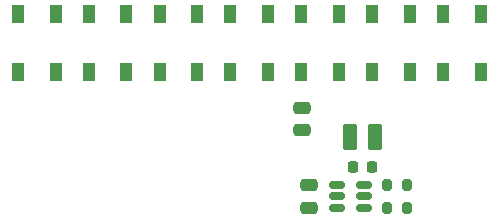
<source format=gtp>
G04 #@! TF.GenerationSoftware,KiCad,Pcbnew,(6.0.2)*
G04 #@! TF.CreationDate,2022-12-18T22:11:01-08:00*
G04 #@! TF.ProjectId,rgb-led-board,7267622d-6c65-4642-9d62-6f6172642e6b,rev?*
G04 #@! TF.SameCoordinates,Original*
G04 #@! TF.FileFunction,Paste,Top*
G04 #@! TF.FilePolarity,Positive*
%FSLAX46Y46*%
G04 Gerber Fmt 4.6, Leading zero omitted, Abs format (unit mm)*
G04 Created by KiCad (PCBNEW (6.0.2)) date 2022-12-18 22:11:01*
%MOMM*%
%LPD*%
G01*
G04 APERTURE LIST*
G04 Aperture macros list*
%AMRoundRect*
0 Rectangle with rounded corners*
0 $1 Rounding radius*
0 $2 $3 $4 $5 $6 $7 $8 $9 X,Y pos of 4 corners*
0 Add a 4 corners polygon primitive as box body*
4,1,4,$2,$3,$4,$5,$6,$7,$8,$9,$2,$3,0*
0 Add four circle primitives for the rounded corners*
1,1,$1+$1,$2,$3*
1,1,$1+$1,$4,$5*
1,1,$1+$1,$6,$7*
1,1,$1+$1,$8,$9*
0 Add four rect primitives between the rounded corners*
20,1,$1+$1,$2,$3,$4,$5,0*
20,1,$1+$1,$4,$5,$6,$7,0*
20,1,$1+$1,$6,$7,$8,$9,0*
20,1,$1+$1,$8,$9,$2,$3,0*%
G04 Aperture macros list end*
%ADD10RoundRect,0.250000X-0.475000X0.250000X-0.475000X-0.250000X0.475000X-0.250000X0.475000X0.250000X0*%
%ADD11RoundRect,0.150000X-0.512500X-0.150000X0.512500X-0.150000X0.512500X0.150000X-0.512500X0.150000X0*%
%ADD12RoundRect,0.200000X-0.200000X-0.275000X0.200000X-0.275000X0.200000X0.275000X-0.200000X0.275000X0*%
%ADD13RoundRect,0.200000X0.200000X0.275000X-0.200000X0.275000X-0.200000X-0.275000X0.200000X-0.275000X0*%
%ADD14RoundRect,0.250000X-0.375000X-0.850000X0.375000X-0.850000X0.375000X0.850000X-0.375000X0.850000X0*%
%ADD15R,1.000000X1.500000*%
%ADD16RoundRect,0.250000X0.475000X-0.250000X0.475000X0.250000X-0.475000X0.250000X-0.475000X-0.250000X0*%
%ADD17RoundRect,0.225000X-0.225000X-0.250000X0.225000X-0.250000X0.225000X0.250000X-0.225000X0.250000X0*%
G04 APERTURE END LIST*
D10*
X113000000Y-24500000D03*
X113000000Y-26400000D03*
D11*
X115937500Y-31050000D03*
X115937500Y-32000000D03*
X115937500Y-32950000D03*
X118212500Y-32950000D03*
X118212500Y-32000000D03*
X118212500Y-31050000D03*
D12*
X121825000Y-33000000D03*
X120175000Y-33000000D03*
D13*
X120175000Y-31000000D03*
X121825000Y-31000000D03*
D14*
X117000000Y-27000000D03*
X119150000Y-27000000D03*
D15*
X124900000Y-21450000D03*
X128100000Y-21450000D03*
X128100000Y-16550000D03*
X124900000Y-16550000D03*
X118900000Y-21450000D03*
X122100000Y-21450000D03*
X122100000Y-16550000D03*
X118900000Y-16550000D03*
X112900000Y-21450000D03*
X116100000Y-21450000D03*
X116100000Y-16550000D03*
X112900000Y-16550000D03*
X106900000Y-21450000D03*
X110100000Y-21450000D03*
X110100000Y-16550000D03*
X106900000Y-16550000D03*
X100900000Y-16550000D03*
X104100000Y-16550000D03*
X104100000Y-21450000D03*
X100900000Y-21450000D03*
X94900000Y-16550000D03*
X98100000Y-16550000D03*
X98100000Y-21450000D03*
X94900000Y-21450000D03*
X88900000Y-16550000D03*
X92100000Y-16550000D03*
X92100000Y-21450000D03*
X88900000Y-21450000D03*
D16*
X113575000Y-32950000D03*
X113575000Y-31050000D03*
D17*
X117300000Y-29500000D03*
X118850000Y-29500000D03*
M02*

</source>
